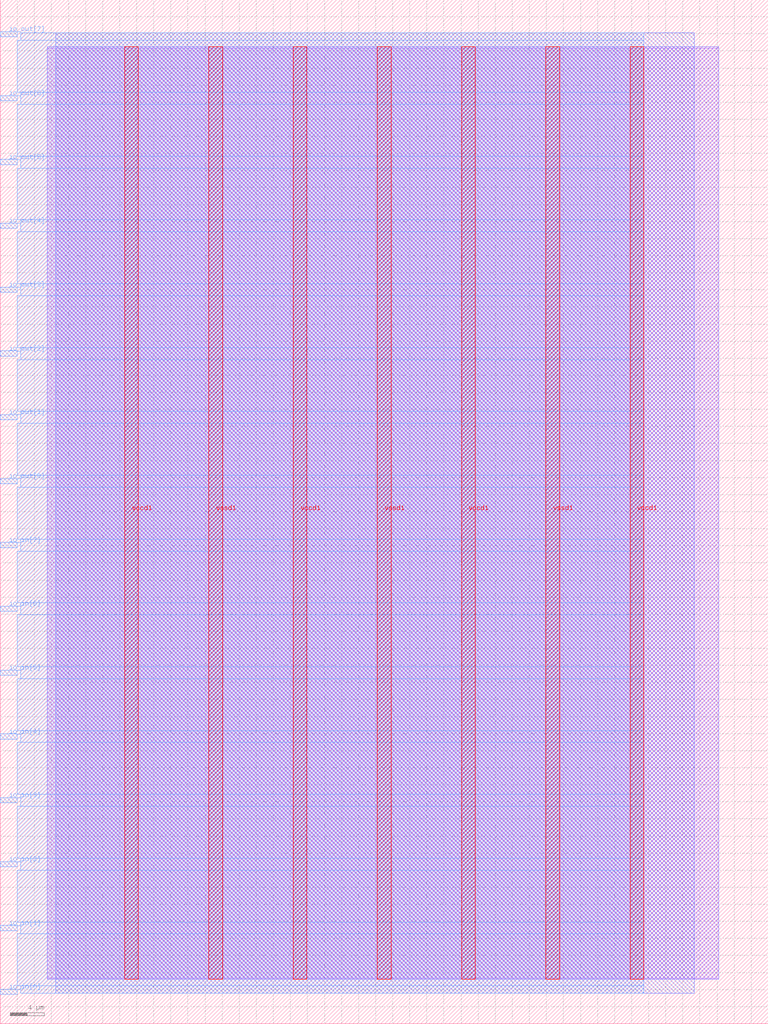
<source format=lef>
VERSION 5.7 ;
  NOWIREEXTENSIONATPIN ON ;
  DIVIDERCHAR "/" ;
  BUSBITCHARS "[]" ;
MACRO thezoq2_yafpga
  CLASS BLOCK ;
  FOREIGN thezoq2_yafpga ;
  ORIGIN 0.000 0.000 ;
  SIZE 90.000 BY 120.000 ;
  PIN io_in[0]
    DIRECTION INPUT ;
    USE SIGNAL ;
    PORT
      LAYER met3 ;
        RECT 0.000 3.440 2.000 4.040 ;
    END
  END io_in[0]
  PIN io_in[1]
    DIRECTION INPUT ;
    USE SIGNAL ;
    PORT
      LAYER met3 ;
        RECT 0.000 10.920 2.000 11.520 ;
    END
  END io_in[1]
  PIN io_in[2]
    DIRECTION INPUT ;
    USE SIGNAL ;
    PORT
      LAYER met3 ;
        RECT 0.000 18.400 2.000 19.000 ;
    END
  END io_in[2]
  PIN io_in[3]
    DIRECTION INPUT ;
    USE SIGNAL ;
    PORT
      LAYER met3 ;
        RECT 0.000 25.880 2.000 26.480 ;
    END
  END io_in[3]
  PIN io_in[4]
    DIRECTION INPUT ;
    USE SIGNAL ;
    PORT
      LAYER met3 ;
        RECT 0.000 33.360 2.000 33.960 ;
    END
  END io_in[4]
  PIN io_in[5]
    DIRECTION INPUT ;
    USE SIGNAL ;
    PORT
      LAYER met3 ;
        RECT 0.000 40.840 2.000 41.440 ;
    END
  END io_in[5]
  PIN io_in[6]
    DIRECTION INPUT ;
    USE SIGNAL ;
    PORT
      LAYER met3 ;
        RECT 0.000 48.320 2.000 48.920 ;
    END
  END io_in[6]
  PIN io_in[7]
    DIRECTION INPUT ;
    USE SIGNAL ;
    PORT
      LAYER met3 ;
        RECT 0.000 55.800 2.000 56.400 ;
    END
  END io_in[7]
  PIN io_out[0]
    DIRECTION OUTPUT TRISTATE ;
    USE SIGNAL ;
    PORT
      LAYER met3 ;
        RECT 0.000 63.280 2.000 63.880 ;
    END
  END io_out[0]
  PIN io_out[1]
    DIRECTION OUTPUT TRISTATE ;
    USE SIGNAL ;
    PORT
      LAYER met3 ;
        RECT 0.000 70.760 2.000 71.360 ;
    END
  END io_out[1]
  PIN io_out[2]
    DIRECTION OUTPUT TRISTATE ;
    USE SIGNAL ;
    PORT
      LAYER met3 ;
        RECT 0.000 78.240 2.000 78.840 ;
    END
  END io_out[2]
  PIN io_out[3]
    DIRECTION OUTPUT TRISTATE ;
    USE SIGNAL ;
    PORT
      LAYER met3 ;
        RECT 0.000 85.720 2.000 86.320 ;
    END
  END io_out[3]
  PIN io_out[4]
    DIRECTION OUTPUT TRISTATE ;
    USE SIGNAL ;
    PORT
      LAYER met3 ;
        RECT 0.000 93.200 2.000 93.800 ;
    END
  END io_out[4]
  PIN io_out[5]
    DIRECTION OUTPUT TRISTATE ;
    USE SIGNAL ;
    PORT
      LAYER met3 ;
        RECT 0.000 100.680 2.000 101.280 ;
    END
  END io_out[5]
  PIN io_out[6]
    DIRECTION OUTPUT TRISTATE ;
    USE SIGNAL ;
    PORT
      LAYER met3 ;
        RECT 0.000 108.160 2.000 108.760 ;
    END
  END io_out[6]
  PIN io_out[7]
    DIRECTION OUTPUT TRISTATE ;
    USE SIGNAL ;
    PORT
      LAYER met3 ;
        RECT 0.000 115.640 2.000 116.240 ;
    END
  END io_out[7]
  PIN vccd1
    DIRECTION INOUT ;
    USE POWER ;
    PORT
      LAYER met4 ;
        RECT 14.590 5.200 16.190 114.480 ;
    END
    PORT
      LAYER met4 ;
        RECT 34.330 5.200 35.930 114.480 ;
    END
    PORT
      LAYER met4 ;
        RECT 54.070 5.200 55.670 114.480 ;
    END
    PORT
      LAYER met4 ;
        RECT 73.810 5.200 75.410 114.480 ;
    END
  END vccd1
  PIN vssd1
    DIRECTION INOUT ;
    USE GROUND ;
    PORT
      LAYER met4 ;
        RECT 24.460 5.200 26.060 114.480 ;
    END
    PORT
      LAYER met4 ;
        RECT 44.200 5.200 45.800 114.480 ;
    END
    PORT
      LAYER met4 ;
        RECT 63.940 5.200 65.540 114.480 ;
    END
  END vssd1
  OBS
      LAYER li1 ;
        RECT 5.520 5.355 84.180 114.325 ;
      LAYER met1 ;
        RECT 5.520 5.200 84.180 114.480 ;
      LAYER met2 ;
        RECT 6.530 3.555 81.320 116.125 ;
      LAYER met3 ;
        RECT 2.400 115.240 75.400 116.105 ;
        RECT 2.000 109.160 75.400 115.240 ;
        RECT 2.400 107.760 75.400 109.160 ;
        RECT 2.000 101.680 75.400 107.760 ;
        RECT 2.400 100.280 75.400 101.680 ;
        RECT 2.000 94.200 75.400 100.280 ;
        RECT 2.400 92.800 75.400 94.200 ;
        RECT 2.000 86.720 75.400 92.800 ;
        RECT 2.400 85.320 75.400 86.720 ;
        RECT 2.000 79.240 75.400 85.320 ;
        RECT 2.400 77.840 75.400 79.240 ;
        RECT 2.000 71.760 75.400 77.840 ;
        RECT 2.400 70.360 75.400 71.760 ;
        RECT 2.000 64.280 75.400 70.360 ;
        RECT 2.400 62.880 75.400 64.280 ;
        RECT 2.000 56.800 75.400 62.880 ;
        RECT 2.400 55.400 75.400 56.800 ;
        RECT 2.000 49.320 75.400 55.400 ;
        RECT 2.400 47.920 75.400 49.320 ;
        RECT 2.000 41.840 75.400 47.920 ;
        RECT 2.400 40.440 75.400 41.840 ;
        RECT 2.000 34.360 75.400 40.440 ;
        RECT 2.400 32.960 75.400 34.360 ;
        RECT 2.000 26.880 75.400 32.960 ;
        RECT 2.400 25.480 75.400 26.880 ;
        RECT 2.000 19.400 75.400 25.480 ;
        RECT 2.400 18.000 75.400 19.400 ;
        RECT 2.000 11.920 75.400 18.000 ;
        RECT 2.400 10.520 75.400 11.920 ;
        RECT 2.000 4.440 75.400 10.520 ;
        RECT 2.400 3.575 75.400 4.440 ;
  END
END thezoq2_yafpga
END LIBRARY


</source>
